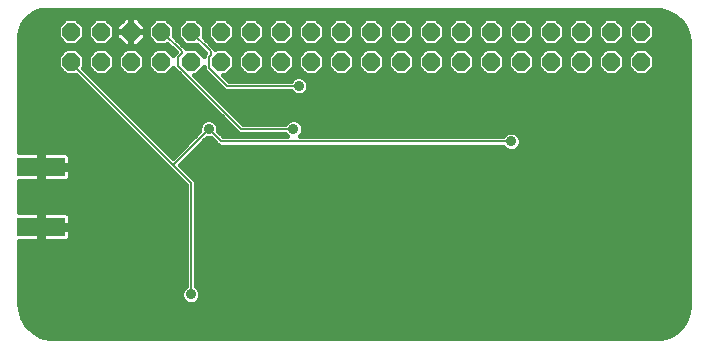
<source format=gbl>
G75*
%MOIN*%
%OFA0B0*%
%FSLAX25Y25*%
%IPPOS*%
%LPD*%
%AMOC8*
5,1,8,0,0,1.08239X$1,22.5*
%
%ADD10R,0.16000X0.06000*%
%ADD11OC8,0.06000*%
%ADD12C,0.00600*%
%ADD13C,0.03600*%
%ADD14C,0.01600*%
%ADD15R,0.03962X0.03962*%
D10*
X0016800Y0051800D03*
X0016800Y0071800D03*
D11*
X0026800Y0106800D03*
X0036800Y0106800D03*
X0046800Y0106800D03*
X0056800Y0106800D03*
X0066800Y0106800D03*
X0076800Y0106800D03*
X0086800Y0106800D03*
X0096800Y0106800D03*
X0106800Y0106800D03*
X0116800Y0106800D03*
X0126800Y0106800D03*
X0136800Y0106800D03*
X0146800Y0106800D03*
X0156800Y0106800D03*
X0166800Y0106800D03*
X0176800Y0106800D03*
X0186800Y0106800D03*
X0196800Y0106800D03*
X0206800Y0106800D03*
X0216800Y0106800D03*
X0216800Y0116800D03*
X0206800Y0116800D03*
X0196800Y0116800D03*
X0186800Y0116800D03*
X0176800Y0116800D03*
X0166800Y0116800D03*
X0156800Y0116800D03*
X0146800Y0116800D03*
X0136800Y0116800D03*
X0126800Y0116800D03*
X0116800Y0116800D03*
X0106800Y0116800D03*
X0096800Y0116800D03*
X0086800Y0116800D03*
X0076800Y0116800D03*
X0066800Y0116800D03*
X0056800Y0116800D03*
X0046800Y0116800D03*
X0036800Y0116800D03*
X0026800Y0116800D03*
D12*
X0026800Y0106800D02*
X0026600Y0106600D01*
X0060800Y0072400D01*
X0072800Y0084400D01*
X0077000Y0080200D01*
X0173600Y0080200D01*
X0102800Y0098800D02*
X0078800Y0098800D01*
X0072800Y0104800D01*
X0072800Y0108400D01*
X0073400Y0109000D01*
X0073400Y0110200D01*
X0066800Y0116800D01*
X0063800Y0110200D02*
X0057200Y0116800D01*
X0056800Y0116800D01*
X0063800Y0110200D02*
X0063800Y0109600D01*
X0062600Y0108400D01*
X0062600Y0105400D01*
X0083600Y0084400D01*
X0101000Y0084400D01*
X0066800Y0066400D02*
X0060800Y0072400D01*
X0066800Y0066400D02*
X0066800Y0029200D01*
D13*
X0066800Y0029200D03*
X0072800Y0084400D03*
X0101000Y0084400D03*
X0102800Y0098800D03*
X0173600Y0080200D03*
D14*
X0016602Y0015463D02*
X0014037Y0016944D01*
X0011944Y0019037D01*
X0010463Y0021602D01*
X0009697Y0024462D01*
X0009600Y0025942D01*
X0009600Y0047000D01*
X0016100Y0047000D01*
X0016100Y0051100D01*
X0017500Y0051100D01*
X0017500Y0052500D01*
X0016100Y0052500D01*
X0016100Y0056600D01*
X0009600Y0056600D01*
X0009600Y0067000D01*
X0016100Y0067000D01*
X0016100Y0071100D01*
X0017500Y0071100D01*
X0017500Y0072500D01*
X0016100Y0072500D01*
X0016100Y0076600D01*
X0009600Y0076600D01*
X0009600Y0115598D01*
X0009703Y0116906D01*
X0010511Y0119394D01*
X0012049Y0121511D01*
X0014166Y0123049D01*
X0016655Y0123858D01*
X0017963Y0123961D01*
X0222275Y0123961D01*
X0223636Y0123871D01*
X0226265Y0123167D01*
X0228622Y0121806D01*
X0230546Y0119882D01*
X0231907Y0117525D01*
X0232612Y0114896D01*
X0232701Y0113535D01*
X0232701Y0025055D01*
X0232611Y0023691D01*
X0231905Y0021054D01*
X0230540Y0018691D01*
X0228610Y0016761D01*
X0226247Y0015396D01*
X0223610Y0014689D01*
X0222245Y0014600D01*
X0020942Y0014600D01*
X0019462Y0014697D01*
X0016602Y0015463D01*
X0018342Y0014997D02*
X0224758Y0014997D01*
X0228324Y0016596D02*
X0014641Y0016596D01*
X0012787Y0018194D02*
X0230044Y0018194D01*
X0231177Y0019793D02*
X0011508Y0019793D01*
X0010585Y0021391D02*
X0231995Y0021391D01*
X0232423Y0022990D02*
X0010091Y0022990D01*
X0009689Y0024588D02*
X0232670Y0024588D01*
X0232701Y0026187D02*
X0067887Y0026187D01*
X0067437Y0026000D02*
X0068613Y0026487D01*
X0069513Y0027387D01*
X0070000Y0028563D01*
X0070000Y0029837D01*
X0069513Y0031013D01*
X0068613Y0031913D01*
X0068500Y0031959D01*
X0068500Y0067104D01*
X0063204Y0072400D01*
X0072051Y0081247D01*
X0072163Y0081200D01*
X0073437Y0081200D01*
X0073549Y0081247D01*
X0076296Y0078500D01*
X0170841Y0078500D01*
X0170887Y0078387D01*
X0171787Y0077487D01*
X0172963Y0077000D01*
X0174237Y0077000D01*
X0175413Y0077487D01*
X0176313Y0078387D01*
X0176800Y0079563D01*
X0176800Y0080837D01*
X0176313Y0082013D01*
X0175413Y0082913D01*
X0174237Y0083400D01*
X0172963Y0083400D01*
X0171787Y0082913D01*
X0170887Y0082013D01*
X0170841Y0081900D01*
X0103025Y0081900D01*
X0103713Y0082587D01*
X0104200Y0083763D01*
X0104200Y0085037D01*
X0103713Y0086213D01*
X0102813Y0087113D01*
X0101637Y0087600D01*
X0100363Y0087600D01*
X0099187Y0087113D01*
X0098287Y0086213D01*
X0098241Y0086100D01*
X0084304Y0086100D01*
X0068004Y0102400D01*
X0068623Y0102400D01*
X0071100Y0104877D01*
X0071100Y0104096D01*
X0072096Y0103100D01*
X0078096Y0097100D01*
X0100041Y0097100D01*
X0100087Y0096987D01*
X0100987Y0096087D01*
X0102163Y0095600D01*
X0103437Y0095600D01*
X0104613Y0096087D01*
X0105513Y0096987D01*
X0106000Y0098163D01*
X0106000Y0099437D01*
X0105513Y0100613D01*
X0104613Y0101513D01*
X0103437Y0102000D01*
X0102163Y0102000D01*
X0100987Y0101513D01*
X0100087Y0100613D01*
X0100041Y0100500D01*
X0079504Y0100500D01*
X0077604Y0102400D01*
X0078623Y0102400D01*
X0081200Y0104977D01*
X0081200Y0108623D01*
X0078623Y0111200D01*
X0074977Y0111200D01*
X0074891Y0111113D01*
X0071113Y0114891D01*
X0071200Y0114977D01*
X0071200Y0118623D01*
X0068623Y0121200D01*
X0064977Y0121200D01*
X0062400Y0118623D01*
X0062400Y0114977D01*
X0064977Y0112400D01*
X0068623Y0112400D01*
X0068709Y0112487D01*
X0071596Y0109600D01*
X0071100Y0109104D01*
X0071100Y0108723D01*
X0068623Y0111200D01*
X0065204Y0111200D01*
X0061200Y0115204D01*
X0061200Y0118623D01*
X0058623Y0121200D01*
X0054977Y0121200D01*
X0052400Y0118623D01*
X0052400Y0114977D01*
X0054977Y0112400D01*
X0058623Y0112400D01*
X0058909Y0112687D01*
X0061696Y0109900D01*
X0060900Y0109104D01*
X0060900Y0108923D01*
X0058623Y0111200D01*
X0054977Y0111200D01*
X0052400Y0108623D01*
X0052400Y0104977D01*
X0054977Y0102400D01*
X0058623Y0102400D01*
X0060909Y0104687D01*
X0061896Y0103700D01*
X0082896Y0082700D01*
X0098241Y0082700D01*
X0098287Y0082587D01*
X0098975Y0081900D01*
X0077704Y0081900D01*
X0075953Y0083651D01*
X0076000Y0083763D01*
X0076000Y0085037D01*
X0075513Y0086213D01*
X0074613Y0087113D01*
X0073437Y0087600D01*
X0072163Y0087600D01*
X0070987Y0087113D01*
X0070087Y0086213D01*
X0069600Y0085037D01*
X0069600Y0083763D01*
X0069647Y0083651D01*
X0060800Y0074804D01*
X0030913Y0104691D01*
X0031200Y0104977D01*
X0031200Y0108623D01*
X0028623Y0111200D01*
X0024977Y0111200D01*
X0022400Y0108623D01*
X0022400Y0104977D01*
X0024977Y0102400D01*
X0028396Y0102400D01*
X0059100Y0071696D01*
X0060096Y0070700D01*
X0065100Y0065696D01*
X0065100Y0031959D01*
X0064987Y0031913D01*
X0064087Y0031013D01*
X0063600Y0029837D01*
X0063600Y0028563D01*
X0064087Y0027387D01*
X0064987Y0026487D01*
X0066163Y0026000D01*
X0067437Y0026000D01*
X0065713Y0026187D02*
X0009600Y0026187D01*
X0009600Y0027785D02*
X0063922Y0027785D01*
X0063600Y0029384D02*
X0009600Y0029384D01*
X0009600Y0030982D02*
X0064075Y0030982D01*
X0065100Y0032581D02*
X0009600Y0032581D01*
X0009600Y0034179D02*
X0065100Y0034179D01*
X0065100Y0035778D02*
X0009600Y0035778D01*
X0009600Y0037376D02*
X0065100Y0037376D01*
X0065100Y0038975D02*
X0009600Y0038975D01*
X0009600Y0040573D02*
X0065100Y0040573D01*
X0065100Y0042172D02*
X0009600Y0042172D01*
X0009600Y0043770D02*
X0065100Y0043770D01*
X0065100Y0045369D02*
X0009600Y0045369D01*
X0009600Y0046967D02*
X0065100Y0046967D01*
X0065100Y0048566D02*
X0026600Y0048566D01*
X0026600Y0048563D02*
X0026600Y0051100D01*
X0017500Y0051100D01*
X0017500Y0047000D01*
X0025037Y0047000D01*
X0025495Y0047123D01*
X0025905Y0047360D01*
X0026240Y0047695D01*
X0026477Y0048105D01*
X0026600Y0048563D01*
X0026600Y0050164D02*
X0065100Y0050164D01*
X0065100Y0051763D02*
X0017500Y0051763D01*
X0017500Y0052500D02*
X0026600Y0052500D01*
X0026600Y0055037D01*
X0026477Y0055495D01*
X0026240Y0055905D01*
X0025905Y0056240D01*
X0025495Y0056477D01*
X0025037Y0056600D01*
X0017500Y0056600D01*
X0017500Y0052500D01*
X0017500Y0053361D02*
X0016100Y0053361D01*
X0016100Y0054960D02*
X0017500Y0054960D01*
X0017500Y0056558D02*
X0016100Y0056558D01*
X0009600Y0058157D02*
X0065100Y0058157D01*
X0065100Y0059755D02*
X0009600Y0059755D01*
X0009600Y0061354D02*
X0065100Y0061354D01*
X0065100Y0062952D02*
X0009600Y0062952D01*
X0009600Y0064551D02*
X0065100Y0064551D01*
X0064646Y0066149D02*
X0009600Y0066149D01*
X0016100Y0067748D02*
X0017500Y0067748D01*
X0017500Y0067000D02*
X0025037Y0067000D01*
X0025495Y0067123D01*
X0025905Y0067360D01*
X0026240Y0067695D01*
X0026477Y0068105D01*
X0026600Y0068563D01*
X0026600Y0071100D01*
X0017500Y0071100D01*
X0017500Y0067000D01*
X0017500Y0069346D02*
X0016100Y0069346D01*
X0016100Y0070945D02*
X0017500Y0070945D01*
X0017500Y0072500D02*
X0026600Y0072500D01*
X0026600Y0075037D01*
X0026477Y0075495D01*
X0026240Y0075905D01*
X0025905Y0076240D01*
X0025495Y0076477D01*
X0025037Y0076600D01*
X0017500Y0076600D01*
X0017500Y0072500D01*
X0017500Y0072543D02*
X0016100Y0072543D01*
X0016100Y0074142D02*
X0017500Y0074142D01*
X0017500Y0075740D02*
X0016100Y0075740D01*
X0009600Y0077339D02*
X0053457Y0077339D01*
X0055055Y0075740D02*
X0026335Y0075740D01*
X0026600Y0074142D02*
X0056654Y0074142D01*
X0058252Y0072543D02*
X0026600Y0072543D01*
X0026600Y0070945D02*
X0059851Y0070945D01*
X0061449Y0069346D02*
X0026600Y0069346D01*
X0026271Y0067748D02*
X0063048Y0067748D01*
X0064659Y0070945D02*
X0232701Y0070945D01*
X0232701Y0072543D02*
X0063348Y0072543D01*
X0064946Y0074142D02*
X0232701Y0074142D01*
X0232701Y0075740D02*
X0066545Y0075740D01*
X0068143Y0077339D02*
X0172145Y0077339D01*
X0175055Y0077339D02*
X0232701Y0077339D01*
X0232701Y0078937D02*
X0176541Y0078937D01*
X0176800Y0080536D02*
X0232701Y0080536D01*
X0232701Y0082134D02*
X0176191Y0082134D01*
X0171009Y0082134D02*
X0103260Y0082134D01*
X0104187Y0083733D02*
X0232701Y0083733D01*
X0232701Y0085332D02*
X0104078Y0085332D01*
X0102995Y0086930D02*
X0232701Y0086930D01*
X0232701Y0088529D02*
X0081876Y0088529D01*
X0080277Y0090127D02*
X0232701Y0090127D01*
X0232701Y0091726D02*
X0078679Y0091726D01*
X0077080Y0093324D02*
X0232701Y0093324D01*
X0232701Y0094923D02*
X0075482Y0094923D01*
X0073883Y0096521D02*
X0100553Y0096521D01*
X0105047Y0096521D02*
X0232701Y0096521D01*
X0232701Y0098120D02*
X0105982Y0098120D01*
X0105883Y0099718D02*
X0232701Y0099718D01*
X0232701Y0101317D02*
X0104809Y0101317D01*
X0104977Y0102400D02*
X0108623Y0102400D01*
X0111200Y0104977D01*
X0111200Y0108623D01*
X0108623Y0111200D01*
X0104977Y0111200D01*
X0102400Y0108623D01*
X0102400Y0104977D01*
X0104977Y0102400D01*
X0104462Y0102915D02*
X0099138Y0102915D01*
X0098623Y0102400D02*
X0101200Y0104977D01*
X0101200Y0108623D01*
X0098623Y0111200D01*
X0094977Y0111200D01*
X0092400Y0108623D01*
X0092400Y0104977D01*
X0094977Y0102400D01*
X0098623Y0102400D01*
X0100791Y0101317D02*
X0078688Y0101317D01*
X0079138Y0102915D02*
X0084462Y0102915D01*
X0084977Y0102400D02*
X0088623Y0102400D01*
X0091200Y0104977D01*
X0091200Y0108623D01*
X0088623Y0111200D01*
X0084977Y0111200D01*
X0082400Y0108623D01*
X0082400Y0104977D01*
X0084977Y0102400D01*
X0082864Y0104514D02*
X0080736Y0104514D01*
X0081200Y0106112D02*
X0082400Y0106112D01*
X0082400Y0107711D02*
X0081200Y0107711D01*
X0080513Y0109309D02*
X0083087Y0109309D01*
X0084685Y0110908D02*
X0078915Y0110908D01*
X0078623Y0112400D02*
X0081200Y0114977D01*
X0081200Y0118623D01*
X0078623Y0121200D01*
X0074977Y0121200D01*
X0072400Y0118623D01*
X0072400Y0114977D01*
X0074977Y0112400D01*
X0078623Y0112400D01*
X0078729Y0112506D02*
X0084871Y0112506D01*
X0084977Y0112400D02*
X0088623Y0112400D01*
X0091200Y0114977D01*
X0091200Y0118623D01*
X0088623Y0121200D01*
X0084977Y0121200D01*
X0082400Y0118623D01*
X0082400Y0114977D01*
X0084977Y0112400D01*
X0083273Y0114105D02*
X0080327Y0114105D01*
X0081200Y0115703D02*
X0082400Y0115703D01*
X0082400Y0117302D02*
X0081200Y0117302D01*
X0080922Y0118900D02*
X0082678Y0118900D01*
X0084276Y0120499D02*
X0079324Y0120499D01*
X0074276Y0120499D02*
X0069324Y0120499D01*
X0070922Y0118900D02*
X0072678Y0118900D01*
X0072400Y0117302D02*
X0071200Y0117302D01*
X0071200Y0115703D02*
X0072400Y0115703D01*
X0071899Y0114105D02*
X0073273Y0114105D01*
X0073498Y0112506D02*
X0074871Y0112506D01*
X0071305Y0109309D02*
X0070513Y0109309D01*
X0070288Y0110908D02*
X0068915Y0110908D01*
X0064871Y0112506D02*
X0063898Y0112506D01*
X0063273Y0114105D02*
X0062299Y0114105D01*
X0062400Y0115703D02*
X0061200Y0115703D01*
X0061200Y0117302D02*
X0062400Y0117302D01*
X0062678Y0118900D02*
X0060922Y0118900D01*
X0059324Y0120499D02*
X0064276Y0120499D01*
X0054276Y0120499D02*
X0049889Y0120499D01*
X0048788Y0121600D02*
X0047000Y0121600D01*
X0047000Y0117000D01*
X0051600Y0117000D01*
X0051600Y0118788D01*
X0048788Y0121600D01*
X0047000Y0120499D02*
X0046600Y0120499D01*
X0046600Y0121600D02*
X0044812Y0121600D01*
X0042000Y0118788D01*
X0042000Y0117000D01*
X0046600Y0117000D01*
X0046600Y0121600D01*
X0043711Y0120499D02*
X0039324Y0120499D01*
X0038623Y0121200D02*
X0034977Y0121200D01*
X0032400Y0118623D01*
X0032400Y0114977D01*
X0034977Y0112400D01*
X0038623Y0112400D01*
X0041200Y0114977D01*
X0041200Y0118623D01*
X0038623Y0121200D01*
X0040922Y0118900D02*
X0042112Y0118900D01*
X0042000Y0117302D02*
X0041200Y0117302D01*
X0042000Y0116600D02*
X0042000Y0114812D01*
X0044812Y0112000D01*
X0046600Y0112000D01*
X0046600Y0116600D01*
X0047000Y0116600D01*
X0047000Y0117000D01*
X0046600Y0117000D01*
X0046600Y0116600D01*
X0042000Y0116600D01*
X0042000Y0115703D02*
X0041200Y0115703D01*
X0040327Y0114105D02*
X0042707Y0114105D01*
X0044306Y0112506D02*
X0038729Y0112506D01*
X0038623Y0111200D02*
X0034977Y0111200D01*
X0032400Y0108623D01*
X0032400Y0104977D01*
X0034977Y0102400D01*
X0038623Y0102400D01*
X0041200Y0104977D01*
X0041200Y0108623D01*
X0038623Y0111200D01*
X0038915Y0110908D02*
X0044685Y0110908D01*
X0044977Y0111200D02*
X0042400Y0108623D01*
X0042400Y0104977D01*
X0044977Y0102400D01*
X0048623Y0102400D01*
X0051200Y0104977D01*
X0051200Y0108623D01*
X0048623Y0111200D01*
X0044977Y0111200D01*
X0046600Y0112506D02*
X0047000Y0112506D01*
X0047000Y0112000D02*
X0048788Y0112000D01*
X0051600Y0114812D01*
X0051600Y0116600D01*
X0047000Y0116600D01*
X0047000Y0112000D01*
X0048915Y0110908D02*
X0054685Y0110908D01*
X0054871Y0112506D02*
X0049294Y0112506D01*
X0050893Y0114105D02*
X0053273Y0114105D01*
X0052400Y0115703D02*
X0051600Y0115703D01*
X0051600Y0117302D02*
X0052400Y0117302D01*
X0052678Y0118900D02*
X0051488Y0118900D01*
X0047000Y0118900D02*
X0046600Y0118900D01*
X0046600Y0117302D02*
X0047000Y0117302D01*
X0047000Y0115703D02*
X0046600Y0115703D01*
X0046600Y0114105D02*
X0047000Y0114105D01*
X0050513Y0109309D02*
X0053087Y0109309D01*
X0052400Y0107711D02*
X0051200Y0107711D01*
X0051200Y0106112D02*
X0052400Y0106112D01*
X0052864Y0104514D02*
X0050736Y0104514D01*
X0049138Y0102915D02*
X0054462Y0102915D01*
X0059138Y0102915D02*
X0062681Y0102915D01*
X0064279Y0101317D02*
X0034288Y0101317D01*
X0034462Y0102915D02*
X0032689Y0102915D01*
X0032864Y0104514D02*
X0031090Y0104514D01*
X0031200Y0106112D02*
X0032400Y0106112D01*
X0032400Y0107711D02*
X0031200Y0107711D01*
X0030513Y0109309D02*
X0033087Y0109309D01*
X0034685Y0110908D02*
X0028915Y0110908D01*
X0028623Y0112400D02*
X0031200Y0114977D01*
X0031200Y0118623D01*
X0028623Y0121200D01*
X0024977Y0121200D01*
X0022400Y0118623D01*
X0022400Y0114977D01*
X0024977Y0112400D01*
X0028623Y0112400D01*
X0028729Y0112506D02*
X0034871Y0112506D01*
X0033273Y0114105D02*
X0030327Y0114105D01*
X0031200Y0115703D02*
X0032400Y0115703D01*
X0032400Y0117302D02*
X0031200Y0117302D01*
X0030922Y0118900D02*
X0032678Y0118900D01*
X0034276Y0120499D02*
X0029324Y0120499D01*
X0024276Y0120499D02*
X0011314Y0120499D01*
X0010351Y0118900D02*
X0022678Y0118900D01*
X0022400Y0117302D02*
X0009832Y0117302D01*
X0009703Y0116906D02*
X0009703Y0116906D01*
X0009608Y0115703D02*
X0022400Y0115703D01*
X0023273Y0114105D02*
X0009600Y0114105D01*
X0009600Y0112506D02*
X0024871Y0112506D01*
X0024685Y0110908D02*
X0009600Y0110908D01*
X0009600Y0109309D02*
X0023087Y0109309D01*
X0022400Y0107711D02*
X0009600Y0107711D01*
X0009600Y0106112D02*
X0022400Y0106112D01*
X0022864Y0104514D02*
X0009600Y0104514D01*
X0009600Y0102915D02*
X0024462Y0102915D01*
X0029479Y0101317D02*
X0009600Y0101317D01*
X0009600Y0099718D02*
X0031078Y0099718D01*
X0032676Y0098120D02*
X0009600Y0098120D01*
X0009600Y0096521D02*
X0034275Y0096521D01*
X0035873Y0094923D02*
X0009600Y0094923D01*
X0009600Y0093324D02*
X0037472Y0093324D01*
X0039070Y0091726D02*
X0009600Y0091726D01*
X0009600Y0090127D02*
X0040669Y0090127D01*
X0042267Y0088529D02*
X0009600Y0088529D01*
X0009600Y0086930D02*
X0043866Y0086930D01*
X0045464Y0085332D02*
X0009600Y0085332D01*
X0009600Y0083733D02*
X0047063Y0083733D01*
X0048661Y0082134D02*
X0009600Y0082134D01*
X0009600Y0080536D02*
X0050260Y0080536D01*
X0051858Y0078937D02*
X0009600Y0078937D01*
X0039083Y0096521D02*
X0069075Y0096521D01*
X0070673Y0094923D02*
X0040682Y0094923D01*
X0042280Y0093324D02*
X0072272Y0093324D01*
X0073870Y0091726D02*
X0043879Y0091726D01*
X0045477Y0090127D02*
X0075469Y0090127D01*
X0077067Y0088529D02*
X0047076Y0088529D01*
X0048674Y0086930D02*
X0070805Y0086930D01*
X0069722Y0085332D02*
X0050273Y0085332D01*
X0051871Y0083733D02*
X0069613Y0083733D01*
X0068130Y0082134D02*
X0053470Y0082134D01*
X0055068Y0080536D02*
X0066532Y0080536D01*
X0064933Y0078937D02*
X0056667Y0078937D01*
X0058265Y0077339D02*
X0063335Y0077339D01*
X0061736Y0075740D02*
X0059864Y0075740D01*
X0066258Y0069346D02*
X0232701Y0069346D01*
X0232701Y0067748D02*
X0067856Y0067748D01*
X0068500Y0066149D02*
X0232701Y0066149D01*
X0232701Y0064551D02*
X0068500Y0064551D01*
X0068500Y0062952D02*
X0232701Y0062952D01*
X0232701Y0061354D02*
X0068500Y0061354D01*
X0068500Y0059755D02*
X0232701Y0059755D01*
X0232701Y0058157D02*
X0068500Y0058157D01*
X0068500Y0056558D02*
X0232701Y0056558D01*
X0232701Y0054960D02*
X0068500Y0054960D01*
X0068500Y0053361D02*
X0232701Y0053361D01*
X0232701Y0051763D02*
X0068500Y0051763D01*
X0068500Y0050164D02*
X0232701Y0050164D01*
X0232701Y0048566D02*
X0068500Y0048566D01*
X0068500Y0046967D02*
X0232701Y0046967D01*
X0232701Y0045369D02*
X0068500Y0045369D01*
X0068500Y0043770D02*
X0232701Y0043770D01*
X0232701Y0042172D02*
X0068500Y0042172D01*
X0068500Y0040573D02*
X0232701Y0040573D01*
X0232701Y0038975D02*
X0068500Y0038975D01*
X0068500Y0037376D02*
X0232701Y0037376D01*
X0232701Y0035778D02*
X0068500Y0035778D01*
X0068500Y0034179D02*
X0232701Y0034179D01*
X0232701Y0032581D02*
X0068500Y0032581D01*
X0069525Y0030982D02*
X0232701Y0030982D01*
X0232701Y0029384D02*
X0070000Y0029384D01*
X0069678Y0027785D02*
X0232701Y0027785D01*
X0232701Y0102915D02*
X0219138Y0102915D01*
X0218623Y0102400D02*
X0221200Y0104977D01*
X0221200Y0108623D01*
X0218623Y0111200D01*
X0214977Y0111200D01*
X0212400Y0108623D01*
X0212400Y0104977D01*
X0214977Y0102400D01*
X0218623Y0102400D01*
X0220736Y0104514D02*
X0232701Y0104514D01*
X0232701Y0106112D02*
X0221200Y0106112D01*
X0221200Y0107711D02*
X0232701Y0107711D01*
X0232701Y0109309D02*
X0220513Y0109309D01*
X0218915Y0110908D02*
X0232701Y0110908D01*
X0232701Y0112506D02*
X0218729Y0112506D01*
X0218623Y0112400D02*
X0221200Y0114977D01*
X0221200Y0118623D01*
X0218623Y0121200D01*
X0214977Y0121200D01*
X0212400Y0118623D01*
X0212400Y0114977D01*
X0214977Y0112400D01*
X0218623Y0112400D01*
X0220327Y0114105D02*
X0232663Y0114105D01*
X0232395Y0115703D02*
X0221200Y0115703D01*
X0221200Y0117302D02*
X0231967Y0117302D01*
X0231113Y0118900D02*
X0220922Y0118900D01*
X0219324Y0120499D02*
X0229929Y0120499D01*
X0228118Y0122097D02*
X0012856Y0122097D01*
X0016156Y0123696D02*
X0224291Y0123696D01*
X0214276Y0120499D02*
X0209324Y0120499D01*
X0208623Y0121200D02*
X0204977Y0121200D01*
X0202400Y0118623D01*
X0202400Y0114977D01*
X0204977Y0112400D01*
X0208623Y0112400D01*
X0211200Y0114977D01*
X0211200Y0118623D01*
X0208623Y0121200D01*
X0210922Y0118900D02*
X0212678Y0118900D01*
X0212400Y0117302D02*
X0211200Y0117302D01*
X0211200Y0115703D02*
X0212400Y0115703D01*
X0213273Y0114105D02*
X0210327Y0114105D01*
X0208729Y0112506D02*
X0214871Y0112506D01*
X0214685Y0110908D02*
X0208915Y0110908D01*
X0208623Y0111200D02*
X0204977Y0111200D01*
X0202400Y0108623D01*
X0202400Y0104977D01*
X0204977Y0102400D01*
X0208623Y0102400D01*
X0211200Y0104977D01*
X0211200Y0108623D01*
X0208623Y0111200D01*
X0210513Y0109309D02*
X0213087Y0109309D01*
X0212400Y0107711D02*
X0211200Y0107711D01*
X0211200Y0106112D02*
X0212400Y0106112D01*
X0212864Y0104514D02*
X0210736Y0104514D01*
X0209138Y0102915D02*
X0214462Y0102915D01*
X0204462Y0102915D02*
X0199138Y0102915D01*
X0198623Y0102400D02*
X0201200Y0104977D01*
X0201200Y0108623D01*
X0198623Y0111200D01*
X0194977Y0111200D01*
X0192400Y0108623D01*
X0192400Y0104977D01*
X0194977Y0102400D01*
X0198623Y0102400D01*
X0200736Y0104514D02*
X0202864Y0104514D01*
X0202400Y0106112D02*
X0201200Y0106112D01*
X0201200Y0107711D02*
X0202400Y0107711D01*
X0203087Y0109309D02*
X0200513Y0109309D01*
X0198915Y0110908D02*
X0204685Y0110908D01*
X0204871Y0112506D02*
X0198729Y0112506D01*
X0198623Y0112400D02*
X0201200Y0114977D01*
X0201200Y0118623D01*
X0198623Y0121200D01*
X0194977Y0121200D01*
X0192400Y0118623D01*
X0192400Y0114977D01*
X0194977Y0112400D01*
X0198623Y0112400D01*
X0200327Y0114105D02*
X0203273Y0114105D01*
X0202400Y0115703D02*
X0201200Y0115703D01*
X0201200Y0117302D02*
X0202400Y0117302D01*
X0202678Y0118900D02*
X0200922Y0118900D01*
X0199324Y0120499D02*
X0204276Y0120499D01*
X0194276Y0120499D02*
X0189324Y0120499D01*
X0188623Y0121200D02*
X0184977Y0121200D01*
X0182400Y0118623D01*
X0182400Y0114977D01*
X0184977Y0112400D01*
X0188623Y0112400D01*
X0191200Y0114977D01*
X0191200Y0118623D01*
X0188623Y0121200D01*
X0190922Y0118900D02*
X0192678Y0118900D01*
X0192400Y0117302D02*
X0191200Y0117302D01*
X0191200Y0115703D02*
X0192400Y0115703D01*
X0193273Y0114105D02*
X0190327Y0114105D01*
X0188729Y0112506D02*
X0194871Y0112506D01*
X0194685Y0110908D02*
X0188915Y0110908D01*
X0188623Y0111200D02*
X0184977Y0111200D01*
X0182400Y0108623D01*
X0182400Y0104977D01*
X0184977Y0102400D01*
X0188623Y0102400D01*
X0191200Y0104977D01*
X0191200Y0108623D01*
X0188623Y0111200D01*
X0190513Y0109309D02*
X0193087Y0109309D01*
X0192400Y0107711D02*
X0191200Y0107711D01*
X0191200Y0106112D02*
X0192400Y0106112D01*
X0192864Y0104514D02*
X0190736Y0104514D01*
X0189138Y0102915D02*
X0194462Y0102915D01*
X0184462Y0102915D02*
X0179138Y0102915D01*
X0178623Y0102400D02*
X0181200Y0104977D01*
X0181200Y0108623D01*
X0178623Y0111200D01*
X0174977Y0111200D01*
X0172400Y0108623D01*
X0172400Y0104977D01*
X0174977Y0102400D01*
X0178623Y0102400D01*
X0180736Y0104514D02*
X0182864Y0104514D01*
X0182400Y0106112D02*
X0181200Y0106112D01*
X0181200Y0107711D02*
X0182400Y0107711D01*
X0183087Y0109309D02*
X0180513Y0109309D01*
X0178915Y0110908D02*
X0184685Y0110908D01*
X0184871Y0112506D02*
X0178729Y0112506D01*
X0178623Y0112400D02*
X0181200Y0114977D01*
X0181200Y0118623D01*
X0178623Y0121200D01*
X0174977Y0121200D01*
X0172400Y0118623D01*
X0172400Y0114977D01*
X0174977Y0112400D01*
X0178623Y0112400D01*
X0180327Y0114105D02*
X0183273Y0114105D01*
X0182400Y0115703D02*
X0181200Y0115703D01*
X0181200Y0117302D02*
X0182400Y0117302D01*
X0182678Y0118900D02*
X0180922Y0118900D01*
X0179324Y0120499D02*
X0184276Y0120499D01*
X0174276Y0120499D02*
X0169324Y0120499D01*
X0168623Y0121200D02*
X0164977Y0121200D01*
X0162400Y0118623D01*
X0162400Y0114977D01*
X0164977Y0112400D01*
X0168623Y0112400D01*
X0171200Y0114977D01*
X0171200Y0118623D01*
X0168623Y0121200D01*
X0170922Y0118900D02*
X0172678Y0118900D01*
X0172400Y0117302D02*
X0171200Y0117302D01*
X0171200Y0115703D02*
X0172400Y0115703D01*
X0173273Y0114105D02*
X0170327Y0114105D01*
X0168729Y0112506D02*
X0174871Y0112506D01*
X0174685Y0110908D02*
X0168915Y0110908D01*
X0168623Y0111200D02*
X0164977Y0111200D01*
X0162400Y0108623D01*
X0162400Y0104977D01*
X0164977Y0102400D01*
X0168623Y0102400D01*
X0171200Y0104977D01*
X0171200Y0108623D01*
X0168623Y0111200D01*
X0170513Y0109309D02*
X0173087Y0109309D01*
X0172400Y0107711D02*
X0171200Y0107711D01*
X0171200Y0106112D02*
X0172400Y0106112D01*
X0172864Y0104514D02*
X0170736Y0104514D01*
X0169138Y0102915D02*
X0174462Y0102915D01*
X0164462Y0102915D02*
X0159138Y0102915D01*
X0158623Y0102400D02*
X0161200Y0104977D01*
X0161200Y0108623D01*
X0158623Y0111200D01*
X0154977Y0111200D01*
X0152400Y0108623D01*
X0152400Y0104977D01*
X0154977Y0102400D01*
X0158623Y0102400D01*
X0160736Y0104514D02*
X0162864Y0104514D01*
X0162400Y0106112D02*
X0161200Y0106112D01*
X0161200Y0107711D02*
X0162400Y0107711D01*
X0163087Y0109309D02*
X0160513Y0109309D01*
X0158915Y0110908D02*
X0164685Y0110908D01*
X0164871Y0112506D02*
X0158729Y0112506D01*
X0158623Y0112400D02*
X0161200Y0114977D01*
X0161200Y0118623D01*
X0158623Y0121200D01*
X0154977Y0121200D01*
X0152400Y0118623D01*
X0152400Y0114977D01*
X0154977Y0112400D01*
X0158623Y0112400D01*
X0160327Y0114105D02*
X0163273Y0114105D01*
X0162400Y0115703D02*
X0161200Y0115703D01*
X0161200Y0117302D02*
X0162400Y0117302D01*
X0162678Y0118900D02*
X0160922Y0118900D01*
X0159324Y0120499D02*
X0164276Y0120499D01*
X0154276Y0120499D02*
X0149324Y0120499D01*
X0148623Y0121200D02*
X0144977Y0121200D01*
X0142400Y0118623D01*
X0142400Y0114977D01*
X0144977Y0112400D01*
X0148623Y0112400D01*
X0151200Y0114977D01*
X0151200Y0118623D01*
X0148623Y0121200D01*
X0150922Y0118900D02*
X0152678Y0118900D01*
X0152400Y0117302D02*
X0151200Y0117302D01*
X0151200Y0115703D02*
X0152400Y0115703D01*
X0153273Y0114105D02*
X0150327Y0114105D01*
X0148729Y0112506D02*
X0154871Y0112506D01*
X0154685Y0110908D02*
X0148915Y0110908D01*
X0148623Y0111200D02*
X0144977Y0111200D01*
X0142400Y0108623D01*
X0142400Y0104977D01*
X0144977Y0102400D01*
X0148623Y0102400D01*
X0151200Y0104977D01*
X0151200Y0108623D01*
X0148623Y0111200D01*
X0150513Y0109309D02*
X0153087Y0109309D01*
X0152400Y0107711D02*
X0151200Y0107711D01*
X0151200Y0106112D02*
X0152400Y0106112D01*
X0152864Y0104514D02*
X0150736Y0104514D01*
X0149138Y0102915D02*
X0154462Y0102915D01*
X0144462Y0102915D02*
X0139138Y0102915D01*
X0138623Y0102400D02*
X0141200Y0104977D01*
X0141200Y0108623D01*
X0138623Y0111200D01*
X0134977Y0111200D01*
X0132400Y0108623D01*
X0132400Y0104977D01*
X0134977Y0102400D01*
X0138623Y0102400D01*
X0140736Y0104514D02*
X0142864Y0104514D01*
X0142400Y0106112D02*
X0141200Y0106112D01*
X0141200Y0107711D02*
X0142400Y0107711D01*
X0143087Y0109309D02*
X0140513Y0109309D01*
X0138915Y0110908D02*
X0144685Y0110908D01*
X0144871Y0112506D02*
X0138729Y0112506D01*
X0138623Y0112400D02*
X0141200Y0114977D01*
X0141200Y0118623D01*
X0138623Y0121200D01*
X0134977Y0121200D01*
X0132400Y0118623D01*
X0132400Y0114977D01*
X0134977Y0112400D01*
X0138623Y0112400D01*
X0140327Y0114105D02*
X0143273Y0114105D01*
X0142400Y0115703D02*
X0141200Y0115703D01*
X0141200Y0117302D02*
X0142400Y0117302D01*
X0142678Y0118900D02*
X0140922Y0118900D01*
X0139324Y0120499D02*
X0144276Y0120499D01*
X0134276Y0120499D02*
X0129324Y0120499D01*
X0128623Y0121200D02*
X0124977Y0121200D01*
X0122400Y0118623D01*
X0122400Y0114977D01*
X0124977Y0112400D01*
X0128623Y0112400D01*
X0131200Y0114977D01*
X0131200Y0118623D01*
X0128623Y0121200D01*
X0124276Y0120499D02*
X0119324Y0120499D01*
X0118623Y0121200D02*
X0114977Y0121200D01*
X0112400Y0118623D01*
X0112400Y0114977D01*
X0114977Y0112400D01*
X0118623Y0112400D01*
X0121200Y0114977D01*
X0121200Y0118623D01*
X0118623Y0121200D01*
X0114276Y0120499D02*
X0109324Y0120499D01*
X0108623Y0121200D02*
X0104977Y0121200D01*
X0102400Y0118623D01*
X0102400Y0114977D01*
X0104977Y0112400D01*
X0108623Y0112400D01*
X0111200Y0114977D01*
X0111200Y0118623D01*
X0108623Y0121200D01*
X0104276Y0120499D02*
X0099324Y0120499D01*
X0098623Y0121200D02*
X0094977Y0121200D01*
X0092400Y0118623D01*
X0092400Y0114977D01*
X0094977Y0112400D01*
X0098623Y0112400D01*
X0101200Y0114977D01*
X0101200Y0118623D01*
X0098623Y0121200D01*
X0094276Y0120499D02*
X0089324Y0120499D01*
X0090922Y0118900D02*
X0092678Y0118900D01*
X0092400Y0117302D02*
X0091200Y0117302D01*
X0091200Y0115703D02*
X0092400Y0115703D01*
X0093273Y0114105D02*
X0090327Y0114105D01*
X0088729Y0112506D02*
X0094871Y0112506D01*
X0094685Y0110908D02*
X0088915Y0110908D01*
X0090513Y0109309D02*
X0093087Y0109309D01*
X0092400Y0107711D02*
X0091200Y0107711D01*
X0091200Y0106112D02*
X0092400Y0106112D01*
X0092864Y0104514D02*
X0090736Y0104514D01*
X0089138Y0102915D02*
X0094462Y0102915D01*
X0100736Y0104514D02*
X0102864Y0104514D01*
X0102400Y0106112D02*
X0101200Y0106112D01*
X0101200Y0107711D02*
X0102400Y0107711D01*
X0103087Y0109309D02*
X0100513Y0109309D01*
X0098915Y0110908D02*
X0104685Y0110908D01*
X0104871Y0112506D02*
X0098729Y0112506D01*
X0100327Y0114105D02*
X0103273Y0114105D01*
X0102400Y0115703D02*
X0101200Y0115703D01*
X0101200Y0117302D02*
X0102400Y0117302D01*
X0102678Y0118900D02*
X0100922Y0118900D01*
X0110922Y0118900D02*
X0112678Y0118900D01*
X0112400Y0117302D02*
X0111200Y0117302D01*
X0111200Y0115703D02*
X0112400Y0115703D01*
X0113273Y0114105D02*
X0110327Y0114105D01*
X0108729Y0112506D02*
X0114871Y0112506D01*
X0114977Y0111200D02*
X0112400Y0108623D01*
X0112400Y0104977D01*
X0114977Y0102400D01*
X0118623Y0102400D01*
X0121200Y0104977D01*
X0121200Y0108623D01*
X0118623Y0111200D01*
X0114977Y0111200D01*
X0114685Y0110908D02*
X0108915Y0110908D01*
X0110513Y0109309D02*
X0113087Y0109309D01*
X0112400Y0107711D02*
X0111200Y0107711D01*
X0111200Y0106112D02*
X0112400Y0106112D01*
X0112864Y0104514D02*
X0110736Y0104514D01*
X0109138Y0102915D02*
X0114462Y0102915D01*
X0119138Y0102915D02*
X0124462Y0102915D01*
X0124977Y0102400D02*
X0128623Y0102400D01*
X0131200Y0104977D01*
X0131200Y0108623D01*
X0128623Y0111200D01*
X0124977Y0111200D01*
X0122400Y0108623D01*
X0122400Y0104977D01*
X0124977Y0102400D01*
X0122864Y0104514D02*
X0120736Y0104514D01*
X0121200Y0106112D02*
X0122400Y0106112D01*
X0122400Y0107711D02*
X0121200Y0107711D01*
X0120513Y0109309D02*
X0123087Y0109309D01*
X0124685Y0110908D02*
X0118915Y0110908D01*
X0118729Y0112506D02*
X0124871Y0112506D01*
X0123273Y0114105D02*
X0120327Y0114105D01*
X0121200Y0115703D02*
X0122400Y0115703D01*
X0122400Y0117302D02*
X0121200Y0117302D01*
X0120922Y0118900D02*
X0122678Y0118900D01*
X0130922Y0118900D02*
X0132678Y0118900D01*
X0132400Y0117302D02*
X0131200Y0117302D01*
X0131200Y0115703D02*
X0132400Y0115703D01*
X0133273Y0114105D02*
X0130327Y0114105D01*
X0128729Y0112506D02*
X0134871Y0112506D01*
X0134685Y0110908D02*
X0128915Y0110908D01*
X0130513Y0109309D02*
X0133087Y0109309D01*
X0132400Y0107711D02*
X0131200Y0107711D01*
X0131200Y0106112D02*
X0132400Y0106112D01*
X0132864Y0104514D02*
X0130736Y0104514D01*
X0129138Y0102915D02*
X0134462Y0102915D01*
X0099005Y0086930D02*
X0083474Y0086930D01*
X0080264Y0085332D02*
X0075878Y0085332D01*
X0075987Y0083733D02*
X0081863Y0083733D01*
X0078666Y0086930D02*
X0074795Y0086930D01*
X0077470Y0082134D02*
X0098740Y0082134D01*
X0075858Y0078937D02*
X0069742Y0078937D01*
X0071340Y0080536D02*
X0074260Y0080536D01*
X0072285Y0098120D02*
X0077076Y0098120D01*
X0075478Y0099718D02*
X0070686Y0099718D01*
X0069088Y0101317D02*
X0073879Y0101317D01*
X0072281Y0102915D02*
X0069138Y0102915D01*
X0070736Y0104514D02*
X0071100Y0104514D01*
X0065878Y0099718D02*
X0035886Y0099718D01*
X0037485Y0098120D02*
X0067476Y0098120D01*
X0061082Y0104514D02*
X0060736Y0104514D01*
X0060513Y0109309D02*
X0061105Y0109309D01*
X0060688Y0110908D02*
X0058915Y0110908D01*
X0059090Y0112506D02*
X0058729Y0112506D01*
X0043087Y0109309D02*
X0040513Y0109309D01*
X0041200Y0107711D02*
X0042400Y0107711D01*
X0042400Y0106112D02*
X0041200Y0106112D01*
X0040736Y0104514D02*
X0042864Y0104514D01*
X0044462Y0102915D02*
X0039138Y0102915D01*
X0025192Y0056558D02*
X0065100Y0056558D01*
X0065100Y0054960D02*
X0026600Y0054960D01*
X0026600Y0053361D02*
X0065100Y0053361D01*
X0017500Y0050164D02*
X0016100Y0050164D01*
X0016100Y0048566D02*
X0017500Y0048566D01*
D15*
X0016800Y0044300D03*
X0011800Y0044300D03*
X0021800Y0044300D03*
X0024300Y0039300D03*
X0029300Y0036800D03*
X0034300Y0036800D03*
X0039300Y0039300D03*
X0039300Y0044300D03*
X0039300Y0049300D03*
X0039300Y0054300D03*
X0039300Y0059300D03*
X0039300Y0064300D03*
X0039300Y0069300D03*
X0039300Y0074300D03*
X0036800Y0079300D03*
X0031800Y0079300D03*
X0026800Y0079300D03*
X0021800Y0079300D03*
X0016800Y0079300D03*
X0011800Y0079300D03*
M02*

</source>
